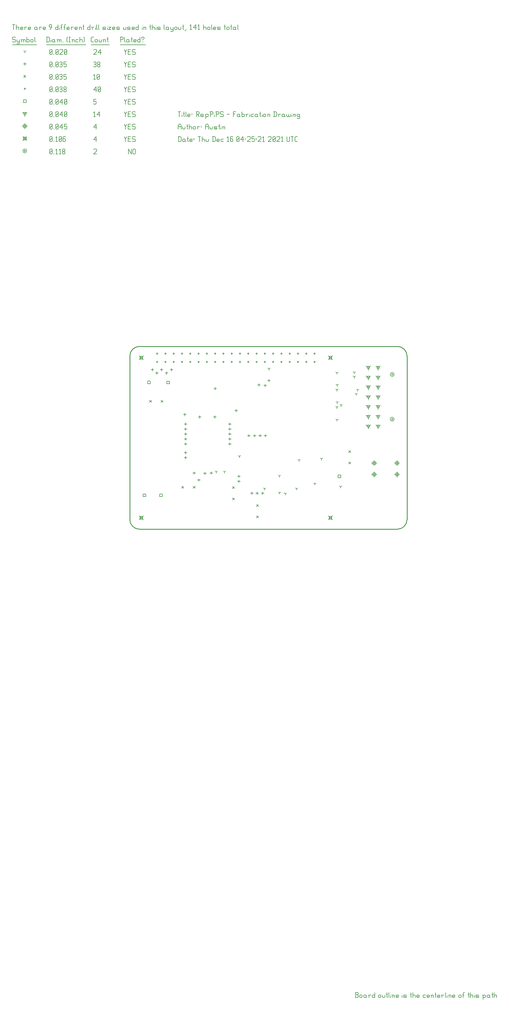
<source format=gbr>
G04 start of page 14 for group -3984 idx -3984 *
G04 Title: RspPiPS, fab *
G04 Creator: pcb 4.0.2 *
G04 CreationDate: Thu Dec 16 04:25:21 2021 UTC *
G04 For: austin *
G04 Format: Gerber/RS-274X *
G04 PCB-Dimensions (mil): 10000.00 10000.00 *
G04 PCB-Coordinate-Origin: lower left *
%MOIN*%
%FSLAX25Y25*%
%LNFAB*%
%ADD118C,0.0100*%
%ADD117C,0.0075*%
%ADD116C,0.0060*%
%ADD115R,0.0080X0.0080*%
G54D115*X457669Y741720D02*G75*G03X459269Y741720I800J0D01*G01*
G75*G03X457669Y741720I-800J0D01*G01*
X456069D02*G75*G03X460869Y741720I2400J0D01*G01*
G75*G03X456069Y741720I-2400J0D01*G01*
X457669Y687783D02*G75*G03X459269Y687783I800J0D01*G01*
G75*G03X457669Y687783I-800J0D01*G01*
X456069D02*G75*G03X460869Y687783I2400J0D01*G01*
G75*G03X456069Y687783I-2400J0D01*G01*
X14200Y1011250D02*G75*G03X15800Y1011250I800J0D01*G01*
G75*G03X14200Y1011250I-800J0D01*G01*
X12600D02*G75*G03X17400Y1011250I2400J0D01*G01*
G75*G03X12600Y1011250I-2400J0D01*G01*
G54D116*X140000Y1013500D02*Y1007500D01*
Y1013500D02*X143750Y1007500D01*
Y1013500D02*Y1007500D01*
X145550Y1012750D02*Y1008250D01*
Y1012750D02*X146300Y1013500D01*
X147800D01*
X148550Y1012750D01*
Y1008250D01*
X147800Y1007500D02*X148550Y1008250D01*
X146300Y1007500D02*X147800D01*
X145550Y1008250D02*X146300Y1007500D01*
X98000Y1012750D02*X98750Y1013500D01*
X101000D01*
X101750Y1012750D01*
Y1011250D01*
X98000Y1007500D02*X101750Y1011250D01*
X98000Y1007500D02*X101750D01*
X45000Y1008250D02*X45750Y1007500D01*
X45000Y1012750D02*Y1008250D01*
Y1012750D02*X45750Y1013500D01*
X47250D01*
X48000Y1012750D01*
Y1008250D01*
X47250Y1007500D02*X48000Y1008250D01*
X45750Y1007500D02*X47250D01*
X45000Y1009000D02*X48000Y1012000D01*
X49800Y1007500D02*X50550D01*
X52350Y1012300D02*X53550Y1013500D01*
Y1007500D01*
X52350D02*X54600D01*
X56400Y1012300D02*X57600Y1013500D01*
Y1007500D01*
X56400D02*X58650D01*
X60450Y1008250D02*X61200Y1007500D01*
X60450Y1009450D02*Y1008250D01*
Y1009450D02*X61500Y1010500D01*
X62400D01*
X63450Y1009450D01*
Y1008250D01*
X62700Y1007500D02*X63450Y1008250D01*
X61200Y1007500D02*X62700D01*
X60450Y1011550D02*X61500Y1010500D01*
X60450Y1012750D02*Y1011550D01*
Y1012750D02*X61200Y1013500D01*
X62700D01*
X63450Y1012750D01*
Y1011550D01*
X62400Y1010500D02*X63450Y1011550D01*
X381458Y764211D02*X386258Y759411D01*
X381458D02*X386258Y764211D01*
X382258Y763411D02*X385458D01*
X382258D02*Y760211D01*
X385458D01*
Y763411D02*Y760211D01*
X381458Y571298D02*X386258Y566498D01*
X381458D02*X386258Y571298D01*
X382258Y570498D02*X385458D01*
X382258D02*Y567298D01*
X385458D01*
Y570498D02*Y567298D01*
X153112Y764211D02*X157912Y759411D01*
X153112D02*X157912Y764211D01*
X153912Y763411D02*X157112D01*
X153912D02*Y760211D01*
X157112D01*
Y763411D02*Y760211D01*
X153112Y571298D02*X157912Y566498D01*
X153112D02*X157912Y571298D01*
X153912Y570498D02*X157112D01*
X153912D02*Y567298D01*
X157112D01*
Y570498D02*Y567298D01*
X12600Y1028650D02*X17400Y1023850D01*
X12600D02*X17400Y1028650D01*
X13400Y1027850D02*X16600D01*
X13400D02*Y1024650D01*
X16600D01*
Y1027850D02*Y1024650D01*
X135000Y1028500D02*X136500Y1025500D01*
X138000Y1028500D01*
X136500Y1025500D02*Y1022500D01*
X139800Y1025800D02*X142050D01*
X139800Y1022500D02*X142800D01*
X139800Y1028500D02*Y1022500D01*
Y1028500D02*X142800D01*
X147600D02*X148350Y1027750D01*
X145350Y1028500D02*X147600D01*
X144600Y1027750D02*X145350Y1028500D01*
X144600Y1027750D02*Y1026250D01*
X145350Y1025500D01*
X147600D01*
X148350Y1024750D01*
Y1023250D01*
X147600Y1022500D02*X148350Y1023250D01*
X145350Y1022500D02*X147600D01*
X144600Y1023250D02*X145350Y1022500D01*
X98000Y1024750D02*X101000Y1028500D01*
X98000Y1024750D02*X101750D01*
X101000Y1028500D02*Y1022500D01*
X45000Y1023250D02*X45750Y1022500D01*
X45000Y1027750D02*Y1023250D01*
Y1027750D02*X45750Y1028500D01*
X47250D01*
X48000Y1027750D01*
Y1023250D01*
X47250Y1022500D02*X48000Y1023250D01*
X45750Y1022500D02*X47250D01*
X45000Y1024000D02*X48000Y1027000D01*
X49800Y1022500D02*X50550D01*
X52350Y1027300D02*X53550Y1028500D01*
Y1022500D01*
X52350D02*X54600D01*
X56400Y1023250D02*X57150Y1022500D01*
X56400Y1027750D02*Y1023250D01*
Y1027750D02*X57150Y1028500D01*
X58650D01*
X59400Y1027750D01*
Y1023250D01*
X58650Y1022500D02*X59400Y1023250D01*
X57150Y1022500D02*X58650D01*
X56400Y1024000D02*X59400Y1027000D01*
X63450Y1028500D02*X64200Y1027750D01*
X61950Y1028500D02*X63450D01*
X61200Y1027750D02*X61950Y1028500D01*
X61200Y1027750D02*Y1023250D01*
X61950Y1022500D01*
X63450Y1025800D02*X64200Y1025050D01*
X61200Y1025800D02*X63450D01*
X61950Y1022500D02*X63450D01*
X64200Y1023250D01*
Y1025050D02*Y1023250D01*
X436736Y624389D02*Y617989D01*
X433536Y621189D02*X439936D01*
X435136Y622789D02*X438336D01*
X435136D02*Y619589D01*
X438336D01*
Y622789D02*Y619589D01*
X464295Y624389D02*Y617989D01*
X461095Y621189D02*X467495D01*
X462695Y622789D02*X465895D01*
X462695D02*Y619589D01*
X465895D01*
Y622789D02*Y619589D01*
X436736Y638169D02*Y631769D01*
X433536Y634969D02*X439936D01*
X435136Y636569D02*X438336D01*
X435136D02*Y633369D01*
X438336D01*
Y636569D02*Y633369D01*
X464295Y638169D02*Y631769D01*
X461095Y634969D02*X467495D01*
X462695Y636569D02*X465895D01*
X462695D02*Y633369D01*
X465895D01*
Y636569D02*Y633369D01*
X15000Y1044450D02*Y1038050D01*
X11800Y1041250D02*X18200D01*
X13400Y1042850D02*X16600D01*
X13400D02*Y1039650D01*
X16600D01*
Y1042850D02*Y1039650D01*
X135000Y1043500D02*X136500Y1040500D01*
X138000Y1043500D01*
X136500Y1040500D02*Y1037500D01*
X139800Y1040800D02*X142050D01*
X139800Y1037500D02*X142800D01*
X139800Y1043500D02*Y1037500D01*
Y1043500D02*X142800D01*
X147600D02*X148350Y1042750D01*
X145350Y1043500D02*X147600D01*
X144600Y1042750D02*X145350Y1043500D01*
X144600Y1042750D02*Y1041250D01*
X145350Y1040500D01*
X147600D01*
X148350Y1039750D01*
Y1038250D01*
X147600Y1037500D02*X148350Y1038250D01*
X145350Y1037500D02*X147600D01*
X144600Y1038250D02*X145350Y1037500D01*
X98000Y1039750D02*X101000Y1043500D01*
X98000Y1039750D02*X101750D01*
X101000Y1043500D02*Y1037500D01*
X45000Y1038250D02*X45750Y1037500D01*
X45000Y1042750D02*Y1038250D01*
Y1042750D02*X45750Y1043500D01*
X47250D01*
X48000Y1042750D01*
Y1038250D01*
X47250Y1037500D02*X48000Y1038250D01*
X45750Y1037500D02*X47250D01*
X45000Y1039000D02*X48000Y1042000D01*
X49800Y1037500D02*X50550D01*
X52350Y1038250D02*X53100Y1037500D01*
X52350Y1042750D02*Y1038250D01*
Y1042750D02*X53100Y1043500D01*
X54600D01*
X55350Y1042750D01*
Y1038250D01*
X54600Y1037500D02*X55350Y1038250D01*
X53100Y1037500D02*X54600D01*
X52350Y1039000D02*X55350Y1042000D01*
X57150Y1039750D02*X60150Y1043500D01*
X57150Y1039750D02*X60900D01*
X60150Y1043500D02*Y1037500D01*
X62700Y1043500D02*X65700D01*
X62700D02*Y1040500D01*
X63450Y1041250D01*
X64950D01*
X65700Y1040500D01*
Y1038250D01*
X64950Y1037500D02*X65700Y1038250D01*
X63450Y1037500D02*X64950D01*
X62700Y1038250D02*X63450Y1037500D01*
X441461Y750146D02*Y746946D01*
Y750146D02*X444234Y751746D01*
X441461Y750146D02*X438687Y751746D01*
X439861Y750146D02*G75*G03X443061Y750146I1600J0D01*G01*
G75*G03X439861Y750146I-1600J0D01*G01*
X441461Y738335D02*Y735135D01*
Y738335D02*X444234Y739935D01*
X441461Y738335D02*X438687Y739935D01*
X439861Y738335D02*G75*G03X443061Y738335I1600J0D01*G01*
G75*G03X439861Y738335I-1600J0D01*G01*
X441461Y726524D02*Y723324D01*
Y726524D02*X444234Y728124D01*
X441461Y726524D02*X438687Y728124D01*
X439861Y726524D02*G75*G03X443061Y726524I1600J0D01*G01*
G75*G03X439861Y726524I-1600J0D01*G01*
X441461Y714713D02*Y711513D01*
Y714713D02*X444234Y716313D01*
X441461Y714713D02*X438687Y716313D01*
X439861Y714713D02*G75*G03X443061Y714713I1600J0D01*G01*
G75*G03X439861Y714713I-1600J0D01*G01*
X441461Y702902D02*Y699702D01*
Y702902D02*X444234Y704502D01*
X441461Y702902D02*X438687Y704502D01*
X439861Y702902D02*G75*G03X443061Y702902I1600J0D01*G01*
G75*G03X439861Y702902I-1600J0D01*G01*
X441461Y691091D02*Y687891D01*
Y691091D02*X444234Y692691D01*
X441461Y691091D02*X438687Y692691D01*
X439861Y691091D02*G75*G03X443061Y691091I1600J0D01*G01*
G75*G03X439861Y691091I-1600J0D01*G01*
X441461Y679280D02*Y676080D01*
Y679280D02*X444234Y680880D01*
X441461Y679280D02*X438687Y680880D01*
X439861Y679280D02*G75*G03X443061Y679280I1600J0D01*G01*
G75*G03X439861Y679280I-1600J0D01*G01*
X429650Y750146D02*Y746946D01*
Y750146D02*X432423Y751746D01*
X429650Y750146D02*X426876Y751746D01*
X428050Y750146D02*G75*G03X431250Y750146I1600J0D01*G01*
G75*G03X428050Y750146I-1600J0D01*G01*
X429650Y738335D02*Y735135D01*
Y738335D02*X432423Y739935D01*
X429650Y738335D02*X426876Y739935D01*
X428050Y738335D02*G75*G03X431250Y738335I1600J0D01*G01*
G75*G03X428050Y738335I-1600J0D01*G01*
X429650Y726524D02*Y723324D01*
Y726524D02*X432423Y728124D01*
X429650Y726524D02*X426876Y728124D01*
X428050Y726524D02*G75*G03X431250Y726524I1600J0D01*G01*
G75*G03X428050Y726524I-1600J0D01*G01*
X429650Y714713D02*Y711513D01*
Y714713D02*X432423Y716313D01*
X429650Y714713D02*X426876Y716313D01*
X428050Y714713D02*G75*G03X431250Y714713I1600J0D01*G01*
G75*G03X428050Y714713I-1600J0D01*G01*
X429650Y702902D02*Y699702D01*
Y702902D02*X432423Y704502D01*
X429650Y702902D02*X426876Y704502D01*
X428050Y702902D02*G75*G03X431250Y702902I1600J0D01*G01*
G75*G03X428050Y702902I-1600J0D01*G01*
X429650Y691091D02*Y687891D01*
Y691091D02*X432423Y692691D01*
X429650Y691091D02*X426876Y692691D01*
X428050Y691091D02*G75*G03X431250Y691091I1600J0D01*G01*
G75*G03X428050Y691091I-1600J0D01*G01*
X429650Y679280D02*Y676080D01*
Y679280D02*X432423Y680880D01*
X429650Y679280D02*X426876Y680880D01*
X428050Y679280D02*G75*G03X431250Y679280I1600J0D01*G01*
G75*G03X428050Y679280I-1600J0D01*G01*
X15000Y1056250D02*Y1053050D01*
Y1056250D02*X17773Y1057850D01*
X15000Y1056250D02*X12227Y1057850D01*
X13400Y1056250D02*G75*G03X16600Y1056250I1600J0D01*G01*
G75*G03X13400Y1056250I-1600J0D01*G01*
X135000Y1058500D02*X136500Y1055500D01*
X138000Y1058500D01*
X136500Y1055500D02*Y1052500D01*
X139800Y1055800D02*X142050D01*
X139800Y1052500D02*X142800D01*
X139800Y1058500D02*Y1052500D01*
Y1058500D02*X142800D01*
X147600D02*X148350Y1057750D01*
X145350Y1058500D02*X147600D01*
X144600Y1057750D02*X145350Y1058500D01*
X144600Y1057750D02*Y1056250D01*
X145350Y1055500D01*
X147600D01*
X148350Y1054750D01*
Y1053250D01*
X147600Y1052500D02*X148350Y1053250D01*
X145350Y1052500D02*X147600D01*
X144600Y1053250D02*X145350Y1052500D01*
X98000Y1057300D02*X99200Y1058500D01*
Y1052500D01*
X98000D02*X100250D01*
X102050Y1054750D02*X105050Y1058500D01*
X102050Y1054750D02*X105800D01*
X105050Y1058500D02*Y1052500D01*
X45000Y1053250D02*X45750Y1052500D01*
X45000Y1057750D02*Y1053250D01*
Y1057750D02*X45750Y1058500D01*
X47250D01*
X48000Y1057750D01*
Y1053250D01*
X47250Y1052500D02*X48000Y1053250D01*
X45750Y1052500D02*X47250D01*
X45000Y1054000D02*X48000Y1057000D01*
X49800Y1052500D02*X50550D01*
X52350Y1053250D02*X53100Y1052500D01*
X52350Y1057750D02*Y1053250D01*
Y1057750D02*X53100Y1058500D01*
X54600D01*
X55350Y1057750D01*
Y1053250D01*
X54600Y1052500D02*X55350Y1053250D01*
X53100Y1052500D02*X54600D01*
X52350Y1054000D02*X55350Y1057000D01*
X57150Y1054750D02*X60150Y1058500D01*
X57150Y1054750D02*X60900D01*
X60150Y1058500D02*Y1052500D01*
X62700Y1053250D02*X63450Y1052500D01*
X62700Y1057750D02*Y1053250D01*
Y1057750D02*X63450Y1058500D01*
X64950D01*
X65700Y1057750D01*
Y1053250D01*
X64950Y1052500D02*X65700Y1053250D01*
X63450Y1052500D02*X64950D01*
X62700Y1054000D02*X65700Y1057000D01*
X157900Y597600D02*X161100D01*
X157900D02*Y594400D01*
X161100D01*
Y597600D02*Y594400D01*
X177900Y597600D02*X181100D01*
X177900D02*Y594400D01*
X181100D01*
Y597600D02*Y594400D01*
X163361Y733883D02*X166561D01*
X163361D02*Y730683D01*
X166561D01*
Y733883D02*Y730683D01*
X186400Y733600D02*X189600D01*
X186400D02*Y730400D01*
X189600D01*
Y733600D02*Y730400D01*
X393136Y620466D02*X396336D01*
X393136D02*Y617266D01*
X396336D01*
Y620466D02*Y617266D01*
X13400Y1072850D02*X16600D01*
X13400D02*Y1069650D01*
X16600D01*
Y1072850D02*Y1069650D01*
X135000Y1073500D02*X136500Y1070500D01*
X138000Y1073500D01*
X136500Y1070500D02*Y1067500D01*
X139800Y1070800D02*X142050D01*
X139800Y1067500D02*X142800D01*
X139800Y1073500D02*Y1067500D01*
Y1073500D02*X142800D01*
X147600D02*X148350Y1072750D01*
X145350Y1073500D02*X147600D01*
X144600Y1072750D02*X145350Y1073500D01*
X144600Y1072750D02*Y1071250D01*
X145350Y1070500D01*
X147600D01*
X148350Y1069750D01*
Y1068250D01*
X147600Y1067500D02*X148350Y1068250D01*
X145350Y1067500D02*X147600D01*
X144600Y1068250D02*X145350Y1067500D01*
X98000Y1073500D02*X101000D01*
X98000D02*Y1070500D01*
X98750Y1071250D01*
X100250D01*
X101000Y1070500D01*
Y1068250D01*
X100250Y1067500D02*X101000Y1068250D01*
X98750Y1067500D02*X100250D01*
X98000Y1068250D02*X98750Y1067500D01*
X45000Y1068250D02*X45750Y1067500D01*
X45000Y1072750D02*Y1068250D01*
Y1072750D02*X45750Y1073500D01*
X47250D01*
X48000Y1072750D01*
Y1068250D01*
X47250Y1067500D02*X48000Y1068250D01*
X45750Y1067500D02*X47250D01*
X45000Y1069000D02*X48000Y1072000D01*
X49800Y1067500D02*X50550D01*
X52350Y1068250D02*X53100Y1067500D01*
X52350Y1072750D02*Y1068250D01*
Y1072750D02*X53100Y1073500D01*
X54600D01*
X55350Y1072750D01*
Y1068250D01*
X54600Y1067500D02*X55350Y1068250D01*
X53100Y1067500D02*X54600D01*
X52350Y1069000D02*X55350Y1072000D01*
X57150Y1069750D02*X60150Y1073500D01*
X57150Y1069750D02*X60900D01*
X60150Y1073500D02*Y1067500D01*
X62700Y1068250D02*X63450Y1067500D01*
X62700Y1072750D02*Y1068250D01*
Y1072750D02*X63450Y1073500D01*
X64950D01*
X65700Y1072750D01*
Y1068250D01*
X64950Y1067500D02*X65700Y1068250D01*
X63450Y1067500D02*X64950D01*
X62700Y1069000D02*X65700Y1072000D01*
X173900Y756800D02*G75*G03X175500Y756800I800J0D01*G01*
G75*G03X173900Y756800I-800J0D01*G01*
Y766800D02*G75*G03X175500Y766800I800J0D01*G01*
G75*G03X173900Y766800I-800J0D01*G01*
X183900Y756800D02*G75*G03X185500Y756800I800J0D01*G01*
G75*G03X183900Y756800I-800J0D01*G01*
Y766800D02*G75*G03X185500Y766800I800J0D01*G01*
G75*G03X183900Y766800I-800J0D01*G01*
X193900Y756800D02*G75*G03X195500Y756800I800J0D01*G01*
G75*G03X193900Y756800I-800J0D01*G01*
Y766800D02*G75*G03X195500Y766800I800J0D01*G01*
G75*G03X193900Y766800I-800J0D01*G01*
X203900Y756800D02*G75*G03X205500Y756800I800J0D01*G01*
G75*G03X203900Y756800I-800J0D01*G01*
Y766800D02*G75*G03X205500Y766800I800J0D01*G01*
G75*G03X203900Y766800I-800J0D01*G01*
X213900Y756800D02*G75*G03X215500Y756800I800J0D01*G01*
G75*G03X213900Y756800I-800J0D01*G01*
Y766800D02*G75*G03X215500Y766800I800J0D01*G01*
G75*G03X213900Y766800I-800J0D01*G01*
X223900Y756800D02*G75*G03X225500Y756800I800J0D01*G01*
G75*G03X223900Y756800I-800J0D01*G01*
Y766800D02*G75*G03X225500Y766800I800J0D01*G01*
G75*G03X223900Y766800I-800J0D01*G01*
X233900Y756800D02*G75*G03X235500Y756800I800J0D01*G01*
G75*G03X233900Y756800I-800J0D01*G01*
Y766800D02*G75*G03X235500Y766800I800J0D01*G01*
G75*G03X233900Y766800I-800J0D01*G01*
X243900Y756800D02*G75*G03X245500Y756800I800J0D01*G01*
G75*G03X243900Y756800I-800J0D01*G01*
Y766800D02*G75*G03X245500Y766800I800J0D01*G01*
G75*G03X243900Y766800I-800J0D01*G01*
X253900Y756800D02*G75*G03X255500Y756800I800J0D01*G01*
G75*G03X253900Y756800I-800J0D01*G01*
Y766800D02*G75*G03X255500Y766800I800J0D01*G01*
G75*G03X253900Y766800I-800J0D01*G01*
X263900Y756800D02*G75*G03X265500Y756800I800J0D01*G01*
G75*G03X263900Y756800I-800J0D01*G01*
Y766800D02*G75*G03X265500Y766800I800J0D01*G01*
G75*G03X263900Y766800I-800J0D01*G01*
X273900Y756800D02*G75*G03X275500Y756800I800J0D01*G01*
G75*G03X273900Y756800I-800J0D01*G01*
Y766800D02*G75*G03X275500Y766800I800J0D01*G01*
G75*G03X273900Y766800I-800J0D01*G01*
X283900Y756800D02*G75*G03X285500Y756800I800J0D01*G01*
G75*G03X283900Y756800I-800J0D01*G01*
Y766800D02*G75*G03X285500Y766800I800J0D01*G01*
G75*G03X283900Y766800I-800J0D01*G01*
X293900Y756800D02*G75*G03X295500Y756800I800J0D01*G01*
G75*G03X293900Y756800I-800J0D01*G01*
Y766800D02*G75*G03X295500Y766800I800J0D01*G01*
G75*G03X293900Y766800I-800J0D01*G01*
X303900Y756800D02*G75*G03X305500Y756800I800J0D01*G01*
G75*G03X303900Y756800I-800J0D01*G01*
Y766800D02*G75*G03X305500Y766800I800J0D01*G01*
G75*G03X303900Y766800I-800J0D01*G01*
X313900Y756800D02*G75*G03X315500Y756800I800J0D01*G01*
G75*G03X313900Y756800I-800J0D01*G01*
Y766800D02*G75*G03X315500Y766800I800J0D01*G01*
G75*G03X313900Y766800I-800J0D01*G01*
X323900Y756800D02*G75*G03X325500Y756800I800J0D01*G01*
G75*G03X323900Y756800I-800J0D01*G01*
Y766800D02*G75*G03X325500Y766800I800J0D01*G01*
G75*G03X323900Y766800I-800J0D01*G01*
X333900Y756800D02*G75*G03X335500Y756800I800J0D01*G01*
G75*G03X333900Y756800I-800J0D01*G01*
Y766800D02*G75*G03X335500Y766800I800J0D01*G01*
G75*G03X333900Y766800I-800J0D01*G01*
X343900Y756800D02*G75*G03X345500Y756800I800J0D01*G01*
G75*G03X343900Y756800I-800J0D01*G01*
Y766800D02*G75*G03X345500Y766800I800J0D01*G01*
G75*G03X343900Y766800I-800J0D01*G01*
X353900Y756800D02*G75*G03X355500Y756800I800J0D01*G01*
G75*G03X353900Y756800I-800J0D01*G01*
Y766800D02*G75*G03X355500Y766800I800J0D01*G01*
G75*G03X353900Y766800I-800J0D01*G01*
X363900Y756800D02*G75*G03X365500Y756800I800J0D01*G01*
G75*G03X363900Y756800I-800J0D01*G01*
Y766800D02*G75*G03X365500Y766800I800J0D01*G01*
G75*G03X363900Y766800I-800J0D01*G01*
X14200Y1086250D02*G75*G03X15800Y1086250I800J0D01*G01*
G75*G03X14200Y1086250I-800J0D01*G01*
X135000Y1088500D02*X136500Y1085500D01*
X138000Y1088500D01*
X136500Y1085500D02*Y1082500D01*
X139800Y1085800D02*X142050D01*
X139800Y1082500D02*X142800D01*
X139800Y1088500D02*Y1082500D01*
Y1088500D02*X142800D01*
X147600D02*X148350Y1087750D01*
X145350Y1088500D02*X147600D01*
X144600Y1087750D02*X145350Y1088500D01*
X144600Y1087750D02*Y1086250D01*
X145350Y1085500D01*
X147600D01*
X148350Y1084750D01*
Y1083250D01*
X147600Y1082500D02*X148350Y1083250D01*
X145350Y1082500D02*X147600D01*
X144600Y1083250D02*X145350Y1082500D01*
X98000Y1084750D02*X101000Y1088500D01*
X98000Y1084750D02*X101750D01*
X101000Y1088500D02*Y1082500D01*
X103550Y1083250D02*X104300Y1082500D01*
X103550Y1087750D02*Y1083250D01*
Y1087750D02*X104300Y1088500D01*
X105800D01*
X106550Y1087750D01*
Y1083250D01*
X105800Y1082500D02*X106550Y1083250D01*
X104300Y1082500D02*X105800D01*
X103550Y1084000D02*X106550Y1087000D01*
X45000Y1083250D02*X45750Y1082500D01*
X45000Y1087750D02*Y1083250D01*
Y1087750D02*X45750Y1088500D01*
X47250D01*
X48000Y1087750D01*
Y1083250D01*
X47250Y1082500D02*X48000Y1083250D01*
X45750Y1082500D02*X47250D01*
X45000Y1084000D02*X48000Y1087000D01*
X49800Y1082500D02*X50550D01*
X52350Y1083250D02*X53100Y1082500D01*
X52350Y1087750D02*Y1083250D01*
Y1087750D02*X53100Y1088500D01*
X54600D01*
X55350Y1087750D01*
Y1083250D01*
X54600Y1082500D02*X55350Y1083250D01*
X53100Y1082500D02*X54600D01*
X52350Y1084000D02*X55350Y1087000D01*
X57150Y1087750D02*X57900Y1088500D01*
X59400D01*
X60150Y1087750D01*
X59400Y1082500D02*X60150Y1083250D01*
X57900Y1082500D02*X59400D01*
X57150Y1083250D02*X57900Y1082500D01*
Y1085800D02*X59400D01*
X60150Y1087750D02*Y1086550D01*
Y1085050D02*Y1083250D01*
Y1085050D02*X59400Y1085800D01*
X60150Y1086550D02*X59400Y1085800D01*
X61950Y1083250D02*X62700Y1082500D01*
X61950Y1084450D02*Y1083250D01*
Y1084450D02*X63000Y1085500D01*
X63900D01*
X64950Y1084450D01*
Y1083250D01*
X64200Y1082500D02*X64950Y1083250D01*
X62700Y1082500D02*X64200D01*
X61950Y1086550D02*X63000Y1085500D01*
X61950Y1087750D02*Y1086550D01*
Y1087750D02*X62700Y1088500D01*
X64200D01*
X64950Y1087750D01*
Y1086550D01*
X63900Y1085500D02*X64950Y1086550D01*
X218225Y606999D02*X220625Y604599D01*
X218225D02*X220625Y606999D01*
X204446D02*X206846Y604599D01*
X204446D02*X206846Y606999D01*
X265800Y606590D02*X268200Y604190D01*
X265800D02*X268200Y606590D01*
X265800Y592810D02*X268200Y590410D01*
X265800D02*X268200Y592810D01*
X179335Y710476D02*X181735Y708076D01*
X179335D02*X181735Y710476D01*
X165556D02*X167956Y708076D01*
X165556D02*X167956Y710476D01*
X294749Y584968D02*X297149Y582568D01*
X294749D02*X297149Y584968D01*
X294749Y571188D02*X297149Y568788D01*
X294749D02*X297149Y571188D01*
X406036Y649956D02*X408436Y647556D01*
X406036D02*X408436Y649956D01*
X406036Y636176D02*X408436Y633776D01*
X406036D02*X408436Y636176D01*
X13800Y1102450D02*X16200Y1100050D01*
X13800D02*X16200Y1102450D01*
X135000Y1103500D02*X136500Y1100500D01*
X138000Y1103500D01*
X136500Y1100500D02*Y1097500D01*
X139800Y1100800D02*X142050D01*
X139800Y1097500D02*X142800D01*
X139800Y1103500D02*Y1097500D01*
Y1103500D02*X142800D01*
X147600D02*X148350Y1102750D01*
X145350Y1103500D02*X147600D01*
X144600Y1102750D02*X145350Y1103500D01*
X144600Y1102750D02*Y1101250D01*
X145350Y1100500D01*
X147600D01*
X148350Y1099750D01*
Y1098250D01*
X147600Y1097500D02*X148350Y1098250D01*
X145350Y1097500D02*X147600D01*
X144600Y1098250D02*X145350Y1097500D01*
X98000Y1102300D02*X99200Y1103500D01*
Y1097500D01*
X98000D02*X100250D01*
X102050Y1098250D02*X102800Y1097500D01*
X102050Y1102750D02*Y1098250D01*
Y1102750D02*X102800Y1103500D01*
X104300D01*
X105050Y1102750D01*
Y1098250D01*
X104300Y1097500D02*X105050Y1098250D01*
X102800Y1097500D02*X104300D01*
X102050Y1099000D02*X105050Y1102000D01*
X45000Y1098250D02*X45750Y1097500D01*
X45000Y1102750D02*Y1098250D01*
Y1102750D02*X45750Y1103500D01*
X47250D01*
X48000Y1102750D01*
Y1098250D01*
X47250Y1097500D02*X48000Y1098250D01*
X45750Y1097500D02*X47250D01*
X45000Y1099000D02*X48000Y1102000D01*
X49800Y1097500D02*X50550D01*
X52350Y1098250D02*X53100Y1097500D01*
X52350Y1102750D02*Y1098250D01*
Y1102750D02*X53100Y1103500D01*
X54600D01*
X55350Y1102750D01*
Y1098250D01*
X54600Y1097500D02*X55350Y1098250D01*
X53100Y1097500D02*X54600D01*
X52350Y1099000D02*X55350Y1102000D01*
X57150Y1102750D02*X57900Y1103500D01*
X59400D01*
X60150Y1102750D01*
X59400Y1097500D02*X60150Y1098250D01*
X57900Y1097500D02*X59400D01*
X57150Y1098250D02*X57900Y1097500D01*
Y1100800D02*X59400D01*
X60150Y1102750D02*Y1101550D01*
Y1100050D02*Y1098250D01*
Y1100050D02*X59400Y1100800D01*
X60150Y1101550D02*X59400Y1100800D01*
X61950Y1103500D02*X64950D01*
X61950D02*Y1100500D01*
X62700Y1101250D01*
X64200D01*
X64950Y1100500D01*
Y1098250D01*
X64200Y1097500D02*X64950Y1098250D01*
X62700Y1097500D02*X64200D01*
X61950Y1098250D02*X62700Y1097500D01*
X305500Y669600D02*Y666400D01*
X303900Y668000D02*X307100D01*
X292500Y669600D02*Y666400D01*
X290900Y668000D02*X294100D01*
X299000Y669600D02*Y666400D01*
X297400Y668000D02*X300600D01*
X285500Y669600D02*Y666400D01*
X283900Y668000D02*X287100D01*
X295500Y600100D02*Y596900D01*
X293900Y598500D02*X297100D01*
X302000Y600100D02*Y596900D01*
X300400Y598500D02*X303600D01*
X289000Y600100D02*Y596900D01*
X287400Y598500D02*X290600D01*
X219500Y624600D02*Y621400D01*
X217900Y623000D02*X221100D01*
X225072Y616028D02*Y612828D01*
X223472Y614428D02*X226672D01*
X208000Y695100D02*Y691900D01*
X206400Y693500D02*X209600D01*
X232500Y624100D02*Y620900D01*
X230900Y622500D02*X234100D01*
X240000Y624600D02*Y621400D01*
X238400Y623000D02*X241600D01*
X209000Y659600D02*Y656400D01*
X207400Y658000D02*X210600D01*
X209000Y649100D02*Y645900D01*
X207400Y647500D02*X210600D01*
X209000Y643100D02*Y639900D01*
X207400Y641500D02*X210600D01*
X192000Y749100D02*Y745900D01*
X190400Y747500D02*X193600D01*
X186000Y745100D02*Y741900D01*
X184400Y743500D02*X187600D01*
X180000Y749100D02*Y745900D01*
X178400Y747500D02*X181600D01*
X174500Y745100D02*Y741900D01*
X172900Y743500D02*X176100D01*
X169000Y749100D02*Y745900D01*
X167400Y747500D02*X170600D01*
X209000Y665600D02*Y662400D01*
X207400Y664000D02*X210600D01*
X209000Y671600D02*Y668400D01*
X207400Y670000D02*X210600D01*
X209000Y677600D02*Y674400D01*
X207400Y676000D02*X210600D01*
X262500Y677600D02*Y674400D01*
X260900Y676000D02*X264100D01*
X209000Y683600D02*Y680400D01*
X207400Y682000D02*X210600D01*
X262500Y683600D02*Y680400D01*
X260900Y682000D02*X264100D01*
X262500Y671600D02*Y668400D01*
X260900Y670000D02*X264100D01*
X262500Y665600D02*Y662400D01*
X260900Y664000D02*X264100D01*
X262500Y659600D02*Y656400D01*
X260900Y658000D02*X264100D01*
X273500Y620600D02*Y617400D01*
X271900Y619000D02*X275100D01*
X273500Y614600D02*Y611400D01*
X271900Y613000D02*X275100D01*
X225984Y692151D02*Y688951D01*
X224384Y690551D02*X227584D01*
X244488Y692151D02*Y688951D01*
X242888Y690551D02*X246088D01*
X244874Y726340D02*Y723140D01*
X243274Y724740D02*X246474D01*
X297602Y730809D02*Y727609D01*
X296002Y729209D02*X299202D01*
X309600Y736000D02*Y732800D01*
X308000Y734400D02*X311200D01*
X305000Y730000D02*Y726800D01*
X303400Y728400D02*X306600D01*
X270098Y699872D02*Y696672D01*
X268498Y698272D02*X271698D01*
X15000Y1117850D02*Y1114650D01*
X13400Y1116250D02*X16600D01*
X135000Y1118500D02*X136500Y1115500D01*
X138000Y1118500D01*
X136500Y1115500D02*Y1112500D01*
X139800Y1115800D02*X142050D01*
X139800Y1112500D02*X142800D01*
X139800Y1118500D02*Y1112500D01*
Y1118500D02*X142800D01*
X147600D02*X148350Y1117750D01*
X145350Y1118500D02*X147600D01*
X144600Y1117750D02*X145350Y1118500D01*
X144600Y1117750D02*Y1116250D01*
X145350Y1115500D01*
X147600D01*
X148350Y1114750D01*
Y1113250D01*
X147600Y1112500D02*X148350Y1113250D01*
X145350Y1112500D02*X147600D01*
X144600Y1113250D02*X145350Y1112500D01*
X98000Y1117750D02*X98750Y1118500D01*
X100250D01*
X101000Y1117750D01*
X100250Y1112500D02*X101000Y1113250D01*
X98750Y1112500D02*X100250D01*
X98000Y1113250D02*X98750Y1112500D01*
Y1115800D02*X100250D01*
X101000Y1117750D02*Y1116550D01*
Y1115050D02*Y1113250D01*
Y1115050D02*X100250Y1115800D01*
X101000Y1116550D02*X100250Y1115800D01*
X102800Y1113250D02*X103550Y1112500D01*
X102800Y1114450D02*Y1113250D01*
Y1114450D02*X103850Y1115500D01*
X104750D01*
X105800Y1114450D01*
Y1113250D01*
X105050Y1112500D02*X105800Y1113250D01*
X103550Y1112500D02*X105050D01*
X102800Y1116550D02*X103850Y1115500D01*
X102800Y1117750D02*Y1116550D01*
Y1117750D02*X103550Y1118500D01*
X105050D01*
X105800Y1117750D01*
Y1116550D01*
X104750Y1115500D02*X105800Y1116550D01*
X45000Y1113250D02*X45750Y1112500D01*
X45000Y1117750D02*Y1113250D01*
Y1117750D02*X45750Y1118500D01*
X47250D01*
X48000Y1117750D01*
Y1113250D01*
X47250Y1112500D02*X48000Y1113250D01*
X45750Y1112500D02*X47250D01*
X45000Y1114000D02*X48000Y1117000D01*
X49800Y1112500D02*X50550D01*
X52350Y1113250D02*X53100Y1112500D01*
X52350Y1117750D02*Y1113250D01*
Y1117750D02*X53100Y1118500D01*
X54600D01*
X55350Y1117750D01*
Y1113250D01*
X54600Y1112500D02*X55350Y1113250D01*
X53100Y1112500D02*X54600D01*
X52350Y1114000D02*X55350Y1117000D01*
X57150Y1117750D02*X57900Y1118500D01*
X59400D01*
X60150Y1117750D01*
X59400Y1112500D02*X60150Y1113250D01*
X57900Y1112500D02*X59400D01*
X57150Y1113250D02*X57900Y1112500D01*
Y1115800D02*X59400D01*
X60150Y1117750D02*Y1116550D01*
Y1115050D02*Y1113250D01*
Y1115050D02*X59400Y1115800D01*
X60150Y1116550D02*X59400Y1115800D01*
X61950Y1118500D02*X64950D01*
X61950D02*Y1115500D01*
X62700Y1116250D01*
X64200D01*
X64950Y1115500D01*
Y1113250D01*
X64200Y1112500D02*X64950Y1113250D01*
X62700Y1112500D02*X64200D01*
X61950Y1113250D02*X62700Y1112500D01*
X322500Y619500D02*Y617900D01*
Y619500D02*X323887Y620300D01*
X322500Y619500D02*X321113Y620300D01*
X304500Y604000D02*Y602400D01*
Y604000D02*X305887Y604800D01*
X304500Y604000D02*X303113Y604800D01*
X365000Y610000D02*Y608400D01*
Y610000D02*X366387Y610800D01*
X365000Y610000D02*X363613Y610800D01*
X246000Y624500D02*Y622900D01*
Y624500D02*X247387Y625300D01*
X246000Y624500D02*X244613Y625300D01*
X256000Y624500D02*Y622900D01*
Y624500D02*X257387Y625300D01*
X256000Y624500D02*X254613Y625300D01*
X343000Y604000D02*Y602400D01*
Y604000D02*X344387Y604800D01*
X343000Y604000D02*X341613Y604800D01*
X346000Y638500D02*Y636900D01*
Y638500D02*X347387Y639300D01*
X346000Y638500D02*X344613Y639300D01*
X373000Y640000D02*Y638400D01*
Y640000D02*X374387Y640800D01*
X373000Y640000D02*X371613Y640800D01*
X329500Y598000D02*Y596400D01*
Y598000D02*X330887Y598800D01*
X329500Y598000D02*X328113Y598800D01*
X322500Y599000D02*Y597400D01*
Y599000D02*X323887Y599800D01*
X322500Y599000D02*X321113Y599800D01*
X274000Y643000D02*Y641400D01*
Y643000D02*X275387Y643800D01*
X274000Y643000D02*X272613Y643800D01*
X412598Y738976D02*Y737376D01*
Y738976D02*X413985Y739776D01*
X412598Y738976D02*X411212Y739776D01*
X412598Y744094D02*Y742494D01*
Y744094D02*X413985Y744894D01*
X412598Y744094D02*X411212Y744894D01*
X414961Y718110D02*Y716510D01*
Y718110D02*X416347Y718910D01*
X414961Y718110D02*X413574Y718910D01*
X416654Y723110D02*Y721510D01*
Y723110D02*X418040Y723910D01*
X416654Y723110D02*X415267Y723910D01*
X396236Y606366D02*Y604766D01*
Y606366D02*X397623Y607166D01*
X396236Y606366D02*X394850Y607166D01*
X391800Y743700D02*Y742100D01*
Y743700D02*X393187Y744500D01*
X391800Y743700D02*X390413Y744500D01*
X391800Y723300D02*Y721700D01*
Y723300D02*X393187Y724100D01*
X391800Y723300D02*X390413Y724100D01*
X391800Y702300D02*Y700700D01*
Y702300D02*X393187Y703100D01*
X391800Y702300D02*X390413Y703100D01*
X392000Y729000D02*Y727400D01*
Y729000D02*X393387Y729800D01*
X392000Y729000D02*X390613Y729800D01*
X392000Y708200D02*Y706600D01*
Y708200D02*X393387Y709000D01*
X392000Y708200D02*X390613Y709000D01*
X391900Y687200D02*Y685600D01*
Y687200D02*X393287Y688000D01*
X391900Y687200D02*X390513Y688000D01*
X396700Y704600D02*Y703000D01*
Y704600D02*X398087Y705400D01*
X396700Y704600D02*X395313Y705400D01*
X309800Y748600D02*Y747000D01*
Y748600D02*X311187Y749400D01*
X309800Y748600D02*X308413Y749400D01*
X15000Y1131250D02*Y1129650D01*
Y1131250D02*X16387Y1132050D01*
X15000Y1131250D02*X13613Y1132050D01*
X135000Y1133500D02*X136500Y1130500D01*
X138000Y1133500D01*
X136500Y1130500D02*Y1127500D01*
X139800Y1130800D02*X142050D01*
X139800Y1127500D02*X142800D01*
X139800Y1133500D02*Y1127500D01*
Y1133500D02*X142800D01*
X147600D02*X148350Y1132750D01*
X145350Y1133500D02*X147600D01*
X144600Y1132750D02*X145350Y1133500D01*
X144600Y1132750D02*Y1131250D01*
X145350Y1130500D01*
X147600D01*
X148350Y1129750D01*
Y1128250D01*
X147600Y1127500D02*X148350Y1128250D01*
X145350Y1127500D02*X147600D01*
X144600Y1128250D02*X145350Y1127500D01*
X98000Y1132750D02*X98750Y1133500D01*
X101000D01*
X101750Y1132750D01*
Y1131250D01*
X98000Y1127500D02*X101750Y1131250D01*
X98000Y1127500D02*X101750D01*
X103550Y1129750D02*X106550Y1133500D01*
X103550Y1129750D02*X107300D01*
X106550Y1133500D02*Y1127500D01*
X45000Y1128250D02*X45750Y1127500D01*
X45000Y1132750D02*Y1128250D01*
Y1132750D02*X45750Y1133500D01*
X47250D01*
X48000Y1132750D01*
Y1128250D01*
X47250Y1127500D02*X48000Y1128250D01*
X45750Y1127500D02*X47250D01*
X45000Y1129000D02*X48000Y1132000D01*
X49800Y1127500D02*X50550D01*
X52350Y1128250D02*X53100Y1127500D01*
X52350Y1132750D02*Y1128250D01*
Y1132750D02*X53100Y1133500D01*
X54600D01*
X55350Y1132750D01*
Y1128250D01*
X54600Y1127500D02*X55350Y1128250D01*
X53100Y1127500D02*X54600D01*
X52350Y1129000D02*X55350Y1132000D01*
X57150Y1132750D02*X57900Y1133500D01*
X60150D01*
X60900Y1132750D01*
Y1131250D01*
X57150Y1127500D02*X60900Y1131250D01*
X57150Y1127500D02*X60900D01*
X62700Y1128250D02*X63450Y1127500D01*
X62700Y1132750D02*Y1128250D01*
Y1132750D02*X63450Y1133500D01*
X64950D01*
X65700Y1132750D01*
Y1128250D01*
X64950Y1127500D02*X65700Y1128250D01*
X63450Y1127500D02*X64950D01*
X62700Y1129000D02*X65700Y1132000D01*
X3000Y1148500D02*X3750Y1147750D01*
X750Y1148500D02*X3000D01*
X0Y1147750D02*X750Y1148500D01*
X0Y1147750D02*Y1146250D01*
X750Y1145500D01*
X3000D01*
X3750Y1144750D01*
Y1143250D01*
X3000Y1142500D02*X3750Y1143250D01*
X750Y1142500D02*X3000D01*
X0Y1143250D02*X750Y1142500D01*
X5550Y1145500D02*Y1143250D01*
X6300Y1142500D01*
X8550Y1145500D02*Y1141000D01*
X7800Y1140250D02*X8550Y1141000D01*
X6300Y1140250D02*X7800D01*
X5550Y1141000D02*X6300Y1140250D01*
Y1142500D02*X7800D01*
X8550Y1143250D01*
X11100Y1144750D02*Y1142500D01*
Y1144750D02*X11850Y1145500D01*
X12600D01*
X13350Y1144750D01*
Y1142500D01*
Y1144750D02*X14100Y1145500D01*
X14850D01*
X15600Y1144750D01*
Y1142500D01*
X10350Y1145500D02*X11100Y1144750D01*
X17400Y1148500D02*Y1142500D01*
Y1143250D02*X18150Y1142500D01*
X19650D01*
X20400Y1143250D01*
Y1144750D02*Y1143250D01*
X19650Y1145500D02*X20400Y1144750D01*
X18150Y1145500D02*X19650D01*
X17400Y1144750D02*X18150Y1145500D01*
X22200Y1144750D02*Y1143250D01*
Y1144750D02*X22950Y1145500D01*
X24450D01*
X25200Y1144750D01*
Y1143250D01*
X24450Y1142500D02*X25200Y1143250D01*
X22950Y1142500D02*X24450D01*
X22200Y1143250D02*X22950Y1142500D01*
X27000Y1148500D02*Y1143250D01*
X27750Y1142500D01*
X0Y1139250D02*X29250D01*
X41750Y1148500D02*Y1142500D01*
X43700Y1148500D02*X44750Y1147450D01*
Y1143550D01*
X43700Y1142500D02*X44750Y1143550D01*
X41000Y1142500D02*X43700D01*
X41000Y1148500D02*X43700D01*
G54D117*X46550Y1147000D02*Y1146850D01*
G54D116*Y1144750D02*Y1142500D01*
X50300Y1145500D02*X51050Y1144750D01*
X48800Y1145500D02*X50300D01*
X48050Y1144750D02*X48800Y1145500D01*
X48050Y1144750D02*Y1143250D01*
X48800Y1142500D01*
X51050Y1145500D02*Y1143250D01*
X51800Y1142500D01*
X48800D02*X50300D01*
X51050Y1143250D01*
X54350Y1144750D02*Y1142500D01*
Y1144750D02*X55100Y1145500D01*
X55850D01*
X56600Y1144750D01*
Y1142500D01*
Y1144750D02*X57350Y1145500D01*
X58100D01*
X58850Y1144750D01*
Y1142500D01*
X53600Y1145500D02*X54350Y1144750D01*
X60650Y1142500D02*X61400D01*
X65900Y1143250D02*X66650Y1142500D01*
X65900Y1147750D02*X66650Y1148500D01*
X65900Y1147750D02*Y1143250D01*
X68450Y1148500D02*X69950D01*
X69200D02*Y1142500D01*
X68450D02*X69950D01*
X72500Y1144750D02*Y1142500D01*
Y1144750D02*X73250Y1145500D01*
X74000D01*
X74750Y1144750D01*
Y1142500D01*
X71750Y1145500D02*X72500Y1144750D01*
X77300Y1145500D02*X79550D01*
X76550Y1144750D02*X77300Y1145500D01*
X76550Y1144750D02*Y1143250D01*
X77300Y1142500D01*
X79550D01*
X81350Y1148500D02*Y1142500D01*
Y1144750D02*X82100Y1145500D01*
X83600D01*
X84350Y1144750D01*
Y1142500D01*
X86150Y1148500D02*X86900Y1147750D01*
Y1143250D01*
X86150Y1142500D02*X86900Y1143250D01*
X41000Y1139250D02*X88700D01*
X96050Y1142500D02*X98000D01*
X95000Y1143550D02*X96050Y1142500D01*
X95000Y1147450D02*Y1143550D01*
Y1147450D02*X96050Y1148500D01*
X98000D01*
X99800Y1144750D02*Y1143250D01*
Y1144750D02*X100550Y1145500D01*
X102050D01*
X102800Y1144750D01*
Y1143250D01*
X102050Y1142500D02*X102800Y1143250D01*
X100550Y1142500D02*X102050D01*
X99800Y1143250D02*X100550Y1142500D01*
X104600Y1145500D02*Y1143250D01*
X105350Y1142500D01*
X106850D01*
X107600Y1143250D01*
Y1145500D02*Y1143250D01*
X110150Y1144750D02*Y1142500D01*
Y1144750D02*X110900Y1145500D01*
X111650D01*
X112400Y1144750D01*
Y1142500D01*
X109400Y1145500D02*X110150Y1144750D01*
X114950Y1148500D02*Y1143250D01*
X115700Y1142500D01*
X114200Y1146250D02*X115700D01*
X95000Y1139250D02*X117200D01*
X130750Y1148500D02*Y1142500D01*
X130000Y1148500D02*X133000D01*
X133750Y1147750D01*
Y1146250D01*
X133000Y1145500D02*X133750Y1146250D01*
X130750Y1145500D02*X133000D01*
X135550Y1148500D02*Y1143250D01*
X136300Y1142500D01*
X140050Y1145500D02*X140800Y1144750D01*
X138550Y1145500D02*X140050D01*
X137800Y1144750D02*X138550Y1145500D01*
X137800Y1144750D02*Y1143250D01*
X138550Y1142500D01*
X140800Y1145500D02*Y1143250D01*
X141550Y1142500D01*
X138550D02*X140050D01*
X140800Y1143250D01*
X144100Y1148500D02*Y1143250D01*
X144850Y1142500D01*
X143350Y1146250D02*X144850D01*
X147100Y1142500D02*X149350D01*
X146350Y1143250D02*X147100Y1142500D01*
X146350Y1144750D02*Y1143250D01*
Y1144750D02*X147100Y1145500D01*
X148600D01*
X149350Y1144750D01*
X146350Y1144000D02*X149350D01*
Y1144750D02*Y1144000D01*
X154150Y1148500D02*Y1142500D01*
X153400D02*X154150Y1143250D01*
X151900Y1142500D02*X153400D01*
X151150Y1143250D02*X151900Y1142500D01*
X151150Y1144750D02*Y1143250D01*
Y1144750D02*X151900Y1145500D01*
X153400D01*
X154150Y1144750D01*
X157450Y1145500D02*Y1144750D01*
Y1143250D02*Y1142500D01*
X155950Y1147750D02*Y1147000D01*
Y1147750D02*X156700Y1148500D01*
X158200D01*
X158950Y1147750D01*
Y1147000D01*
X157450Y1145500D02*X158950Y1147000D01*
X130000Y1139250D02*X160750D01*
X0Y1163500D02*X3000D01*
X1500D02*Y1157500D01*
X4800Y1163500D02*Y1157500D01*
Y1159750D02*X5550Y1160500D01*
X7050D01*
X7800Y1159750D01*
Y1157500D01*
X10350D02*X12600D01*
X9600Y1158250D02*X10350Y1157500D01*
X9600Y1159750D02*Y1158250D01*
Y1159750D02*X10350Y1160500D01*
X11850D01*
X12600Y1159750D01*
X9600Y1159000D02*X12600D01*
Y1159750D02*Y1159000D01*
X15150Y1159750D02*Y1157500D01*
Y1159750D02*X15900Y1160500D01*
X17400D01*
X14400D02*X15150Y1159750D01*
X19950Y1157500D02*X22200D01*
X19200Y1158250D02*X19950Y1157500D01*
X19200Y1159750D02*Y1158250D01*
Y1159750D02*X19950Y1160500D01*
X21450D01*
X22200Y1159750D01*
X19200Y1159000D02*X22200D01*
Y1159750D02*Y1159000D01*
X28950Y1160500D02*X29700Y1159750D01*
X27450Y1160500D02*X28950D01*
X26700Y1159750D02*X27450Y1160500D01*
X26700Y1159750D02*Y1158250D01*
X27450Y1157500D01*
X29700Y1160500D02*Y1158250D01*
X30450Y1157500D01*
X27450D02*X28950D01*
X29700Y1158250D01*
X33000Y1159750D02*Y1157500D01*
Y1159750D02*X33750Y1160500D01*
X35250D01*
X32250D02*X33000Y1159750D01*
X37800Y1157500D02*X40050D01*
X37050Y1158250D02*X37800Y1157500D01*
X37050Y1159750D02*Y1158250D01*
Y1159750D02*X37800Y1160500D01*
X39300D01*
X40050Y1159750D01*
X37050Y1159000D02*X40050D01*
Y1159750D02*Y1159000D01*
X45300Y1157500D02*X47550Y1160500D01*
Y1162750D02*Y1160500D01*
X46800Y1163500D02*X47550Y1162750D01*
X45300Y1163500D02*X46800D01*
X44550Y1162750D02*X45300Y1163500D01*
X44550Y1162750D02*Y1161250D01*
X45300Y1160500D01*
X47550D01*
X55050Y1163500D02*Y1157500D01*
X54300D02*X55050Y1158250D01*
X52800Y1157500D02*X54300D01*
X52050Y1158250D02*X52800Y1157500D01*
X52050Y1159750D02*Y1158250D01*
Y1159750D02*X52800Y1160500D01*
X54300D01*
X55050Y1159750D01*
G54D117*X56850Y1162000D02*Y1161850D01*
G54D116*Y1159750D02*Y1157500D01*
X59100Y1162750D02*Y1157500D01*
Y1162750D02*X59850Y1163500D01*
X60600D01*
X58350Y1160500D02*X59850D01*
X62850Y1162750D02*Y1157500D01*
Y1162750D02*X63600Y1163500D01*
X64350D01*
X62100Y1160500D02*X63600D01*
X66600Y1157500D02*X68850D01*
X65850Y1158250D02*X66600Y1157500D01*
X65850Y1159750D02*Y1158250D01*
Y1159750D02*X66600Y1160500D01*
X68100D01*
X68850Y1159750D01*
X65850Y1159000D02*X68850D01*
Y1159750D02*Y1159000D01*
X71400Y1159750D02*Y1157500D01*
Y1159750D02*X72150Y1160500D01*
X73650D01*
X70650D02*X71400Y1159750D01*
X76200Y1157500D02*X78450D01*
X75450Y1158250D02*X76200Y1157500D01*
X75450Y1159750D02*Y1158250D01*
Y1159750D02*X76200Y1160500D01*
X77700D01*
X78450Y1159750D01*
X75450Y1159000D02*X78450D01*
Y1159750D02*Y1159000D01*
X81000Y1159750D02*Y1157500D01*
Y1159750D02*X81750Y1160500D01*
X82500D01*
X83250Y1159750D01*
Y1157500D01*
X80250Y1160500D02*X81000Y1159750D01*
X85800Y1163500D02*Y1158250D01*
X86550Y1157500D01*
X85050Y1161250D02*X86550D01*
X93750Y1163500D02*Y1157500D01*
X93000D02*X93750Y1158250D01*
X91500Y1157500D02*X93000D01*
X90750Y1158250D02*X91500Y1157500D01*
X90750Y1159750D02*Y1158250D01*
Y1159750D02*X91500Y1160500D01*
X93000D01*
X93750Y1159750D01*
X96300D02*Y1157500D01*
Y1159750D02*X97050Y1160500D01*
X98550D01*
X95550D02*X96300Y1159750D01*
G54D117*X100350Y1162000D02*Y1161850D01*
G54D116*Y1159750D02*Y1157500D01*
X101850Y1163500D02*Y1158250D01*
X102600Y1157500D01*
X104100Y1163500D02*Y1158250D01*
X104850Y1157500D01*
X109800D02*X112050D01*
X112800Y1158250D01*
X112050Y1159000D02*X112800Y1158250D01*
X109800Y1159000D02*X112050D01*
X109050Y1159750D02*X109800Y1159000D01*
X109050Y1159750D02*X109800Y1160500D01*
X112050D01*
X112800Y1159750D01*
X109050Y1158250D02*X109800Y1157500D01*
G54D117*X114600Y1162000D02*Y1161850D01*
G54D116*Y1159750D02*Y1157500D01*
X116100Y1160500D02*X119100D01*
X116100Y1157500D02*X119100Y1160500D01*
X116100Y1157500D02*X119100D01*
X121650D02*X123900D01*
X120900Y1158250D02*X121650Y1157500D01*
X120900Y1159750D02*Y1158250D01*
Y1159750D02*X121650Y1160500D01*
X123150D01*
X123900Y1159750D01*
X120900Y1159000D02*X123900D01*
Y1159750D02*Y1159000D01*
X126450Y1157500D02*X128700D01*
X129450Y1158250D01*
X128700Y1159000D02*X129450Y1158250D01*
X126450Y1159000D02*X128700D01*
X125700Y1159750D02*X126450Y1159000D01*
X125700Y1159750D02*X126450Y1160500D01*
X128700D01*
X129450Y1159750D01*
X125700Y1158250D02*X126450Y1157500D01*
X133950Y1160500D02*Y1158250D01*
X134700Y1157500D01*
X136200D01*
X136950Y1158250D01*
Y1160500D02*Y1158250D01*
X139500Y1157500D02*X141750D01*
X142500Y1158250D01*
X141750Y1159000D02*X142500Y1158250D01*
X139500Y1159000D02*X141750D01*
X138750Y1159750D02*X139500Y1159000D01*
X138750Y1159750D02*X139500Y1160500D01*
X141750D01*
X142500Y1159750D01*
X138750Y1158250D02*X139500Y1157500D01*
X145050D02*X147300D01*
X144300Y1158250D02*X145050Y1157500D01*
X144300Y1159750D02*Y1158250D01*
Y1159750D02*X145050Y1160500D01*
X146550D01*
X147300Y1159750D01*
X144300Y1159000D02*X147300D01*
Y1159750D02*Y1159000D01*
X152100Y1163500D02*Y1157500D01*
X151350D02*X152100Y1158250D01*
X149850Y1157500D02*X151350D01*
X149100Y1158250D02*X149850Y1157500D01*
X149100Y1159750D02*Y1158250D01*
Y1159750D02*X149850Y1160500D01*
X151350D01*
X152100Y1159750D01*
G54D117*X156600Y1162000D02*Y1161850D01*
G54D116*Y1159750D02*Y1157500D01*
X158850Y1159750D02*Y1157500D01*
Y1159750D02*X159600Y1160500D01*
X160350D01*
X161100Y1159750D01*
Y1157500D01*
X158100Y1160500D02*X158850Y1159750D01*
X166350Y1163500D02*Y1158250D01*
X167100Y1157500D01*
X165600Y1161250D02*X167100D01*
X168600Y1163500D02*Y1157500D01*
Y1159750D02*X169350Y1160500D01*
X170850D01*
X171600Y1159750D01*
Y1157500D01*
G54D117*X173400Y1162000D02*Y1161850D01*
G54D116*Y1159750D02*Y1157500D01*
X175650D02*X177900D01*
X178650Y1158250D01*
X177900Y1159000D02*X178650Y1158250D01*
X175650Y1159000D02*X177900D01*
X174900Y1159750D02*X175650Y1159000D01*
X174900Y1159750D02*X175650Y1160500D01*
X177900D01*
X178650Y1159750D01*
X174900Y1158250D02*X175650Y1157500D01*
X183150Y1163500D02*Y1158250D01*
X183900Y1157500D01*
X187650Y1160500D02*X188400Y1159750D01*
X186150Y1160500D02*X187650D01*
X185400Y1159750D02*X186150Y1160500D01*
X185400Y1159750D02*Y1158250D01*
X186150Y1157500D01*
X188400Y1160500D02*Y1158250D01*
X189150Y1157500D01*
X186150D02*X187650D01*
X188400Y1158250D01*
X190950Y1160500D02*Y1158250D01*
X191700Y1157500D01*
X193950Y1160500D02*Y1156000D01*
X193200Y1155250D02*X193950Y1156000D01*
X191700Y1155250D02*X193200D01*
X190950Y1156000D02*X191700Y1155250D01*
Y1157500D02*X193200D01*
X193950Y1158250D01*
X195750Y1159750D02*Y1158250D01*
Y1159750D02*X196500Y1160500D01*
X198000D01*
X198750Y1159750D01*
Y1158250D01*
X198000Y1157500D02*X198750Y1158250D01*
X196500Y1157500D02*X198000D01*
X195750Y1158250D02*X196500Y1157500D01*
X200550Y1160500D02*Y1158250D01*
X201300Y1157500D01*
X202800D01*
X203550Y1158250D01*
Y1160500D02*Y1158250D01*
X206100Y1163500D02*Y1158250D01*
X206850Y1157500D01*
X205350Y1161250D02*X206850D01*
X208350Y1156000D02*X209850Y1157500D01*
X214350Y1162300D02*X215550Y1163500D01*
Y1157500D01*
X214350D02*X216600D01*
X218400Y1159750D02*X221400Y1163500D01*
X218400Y1159750D02*X222150D01*
X221400Y1163500D02*Y1157500D01*
X223950Y1162300D02*X225150Y1163500D01*
Y1157500D01*
X223950D02*X226200D01*
X230700Y1163500D02*Y1157500D01*
Y1159750D02*X231450Y1160500D01*
X232950D01*
X233700Y1159750D01*
Y1157500D01*
X235500Y1159750D02*Y1158250D01*
Y1159750D02*X236250Y1160500D01*
X237750D01*
X238500Y1159750D01*
Y1158250D01*
X237750Y1157500D02*X238500Y1158250D01*
X236250Y1157500D02*X237750D01*
X235500Y1158250D02*X236250Y1157500D01*
X240300Y1163500D02*Y1158250D01*
X241050Y1157500D01*
X243300D02*X245550D01*
X242550Y1158250D02*X243300Y1157500D01*
X242550Y1159750D02*Y1158250D01*
Y1159750D02*X243300Y1160500D01*
X244800D01*
X245550Y1159750D01*
X242550Y1159000D02*X245550D01*
Y1159750D02*Y1159000D01*
X248100Y1157500D02*X250350D01*
X251100Y1158250D01*
X250350Y1159000D02*X251100Y1158250D01*
X248100Y1159000D02*X250350D01*
X247350Y1159750D02*X248100Y1159000D01*
X247350Y1159750D02*X248100Y1160500D01*
X250350D01*
X251100Y1159750D01*
X247350Y1158250D02*X248100Y1157500D01*
X256350Y1163500D02*Y1158250D01*
X257100Y1157500D01*
X255600Y1161250D02*X257100D01*
X258600Y1159750D02*Y1158250D01*
Y1159750D02*X259350Y1160500D01*
X260850D01*
X261600Y1159750D01*
Y1158250D01*
X260850Y1157500D02*X261600Y1158250D01*
X259350Y1157500D02*X260850D01*
X258600Y1158250D02*X259350Y1157500D01*
X264150Y1163500D02*Y1158250D01*
X264900Y1157500D01*
X263400Y1161250D02*X264900D01*
X268650Y1160500D02*X269400Y1159750D01*
X267150Y1160500D02*X268650D01*
X266400Y1159750D02*X267150Y1160500D01*
X266400Y1159750D02*Y1158250D01*
X267150Y1157500D01*
X269400Y1160500D02*Y1158250D01*
X270150Y1157500D01*
X267150D02*X268650D01*
X269400Y1158250D01*
X271950Y1163500D02*Y1158250D01*
X272700Y1157500D01*
G54D118*X141732Y763780D02*Y566929D01*
X153543Y555118D02*X464567D01*
X476378Y566929D02*Y763780D01*
X464567Y775591D02*X153543D01*
X141732Y763780D02*G75*G02X153543Y775591I11811J0D01*G01*
X464567D02*G75*G02X476378Y763780I0J-11811D01*G01*
Y566929D02*G75*G02X464567Y555118I-11811J0D01*G01*
X141732Y566929D02*G75*G03X153543Y555118I11811J0D01*G01*
G54D116*X413675Y-9500D02*X416675D01*
X417425Y-8750D01*
Y-6950D02*Y-8750D01*
X416675Y-6200D02*X417425Y-6950D01*
X414425Y-6200D02*X416675D01*
X414425Y-3500D02*Y-9500D01*
X413675Y-3500D02*X416675D01*
X417425Y-4250D01*
Y-5450D01*
X416675Y-6200D02*X417425Y-5450D01*
X419225Y-7250D02*Y-8750D01*
Y-7250D02*X419975Y-6500D01*
X421475D01*
X422225Y-7250D01*
Y-8750D01*
X421475Y-9500D02*X422225Y-8750D01*
X419975Y-9500D02*X421475D01*
X419225Y-8750D02*X419975Y-9500D01*
X426275Y-6500D02*X427025Y-7250D01*
X424775Y-6500D02*X426275D01*
X424025Y-7250D02*X424775Y-6500D01*
X424025Y-7250D02*Y-8750D01*
X424775Y-9500D01*
X427025Y-6500D02*Y-8750D01*
X427775Y-9500D01*
X424775D02*X426275D01*
X427025Y-8750D01*
X430325Y-7250D02*Y-9500D01*
Y-7250D02*X431075Y-6500D01*
X432575D01*
X429575D02*X430325Y-7250D01*
X437375Y-3500D02*Y-9500D01*
X436625D02*X437375Y-8750D01*
X435125Y-9500D02*X436625D01*
X434375Y-8750D02*X435125Y-9500D01*
X434375Y-7250D02*Y-8750D01*
Y-7250D02*X435125Y-6500D01*
X436625D01*
X437375Y-7250D01*
X441875D02*Y-8750D01*
Y-7250D02*X442625Y-6500D01*
X444125D01*
X444875Y-7250D01*
Y-8750D01*
X444125Y-9500D02*X444875Y-8750D01*
X442625Y-9500D02*X444125D01*
X441875Y-8750D02*X442625Y-9500D01*
X446675Y-6500D02*Y-8750D01*
X447425Y-9500D01*
X448925D01*
X449675Y-8750D01*
Y-6500D02*Y-8750D01*
X452225Y-3500D02*Y-8750D01*
X452975Y-9500D01*
X451475Y-5750D02*X452975D01*
X454475Y-3500D02*Y-8750D01*
X455225Y-9500D01*
G54D117*X456725Y-5000D02*Y-5150D01*
G54D116*Y-7250D02*Y-9500D01*
X458975Y-7250D02*Y-9500D01*
Y-7250D02*X459725Y-6500D01*
X460475D01*
X461225Y-7250D01*
Y-9500D01*
X458225Y-6500D02*X458975Y-7250D01*
X463775Y-9500D02*X466025D01*
X463025Y-8750D02*X463775Y-9500D01*
X463025Y-7250D02*Y-8750D01*
Y-7250D02*X463775Y-6500D01*
X465275D01*
X466025Y-7250D01*
X463025Y-8000D02*X466025D01*
Y-7250D02*Y-8000D01*
G54D117*X470525Y-5000D02*Y-5150D01*
G54D116*Y-7250D02*Y-9500D01*
X472775D02*X475025D01*
X475775Y-8750D01*
X475025Y-8000D02*X475775Y-8750D01*
X472775Y-8000D02*X475025D01*
X472025Y-7250D02*X472775Y-8000D01*
X472025Y-7250D02*X472775Y-6500D01*
X475025D01*
X475775Y-7250D01*
X472025Y-8750D02*X472775Y-9500D01*
X481025Y-3500D02*Y-8750D01*
X481775Y-9500D01*
X480275Y-5750D02*X481775D01*
X483275Y-3500D02*Y-9500D01*
Y-7250D02*X484025Y-6500D01*
X485525D01*
X486275Y-7250D01*
Y-9500D01*
X488825D02*X491075D01*
X488075Y-8750D02*X488825Y-9500D01*
X488075Y-7250D02*Y-8750D01*
Y-7250D02*X488825Y-6500D01*
X490325D01*
X491075Y-7250D01*
X488075Y-8000D02*X491075D01*
Y-7250D02*Y-8000D01*
X496325Y-6500D02*X498575D01*
X495575Y-7250D02*X496325Y-6500D01*
X495575Y-7250D02*Y-8750D01*
X496325Y-9500D01*
X498575D01*
X501125D02*X503375D01*
X500375Y-8750D02*X501125Y-9500D01*
X500375Y-7250D02*Y-8750D01*
Y-7250D02*X501125Y-6500D01*
X502625D01*
X503375Y-7250D01*
X500375Y-8000D02*X503375D01*
Y-7250D02*Y-8000D01*
X505925Y-7250D02*Y-9500D01*
Y-7250D02*X506675Y-6500D01*
X507425D01*
X508175Y-7250D01*
Y-9500D01*
X505175Y-6500D02*X505925Y-7250D01*
X510725Y-3500D02*Y-8750D01*
X511475Y-9500D01*
X509975Y-5750D02*X511475D01*
X513725Y-9500D02*X515975D01*
X512975Y-8750D02*X513725Y-9500D01*
X512975Y-7250D02*Y-8750D01*
Y-7250D02*X513725Y-6500D01*
X515225D01*
X515975Y-7250D01*
X512975Y-8000D02*X515975D01*
Y-7250D02*Y-8000D01*
X518525Y-7250D02*Y-9500D01*
Y-7250D02*X519275Y-6500D01*
X520775D01*
X517775D02*X518525Y-7250D01*
X522575Y-3500D02*Y-8750D01*
X523325Y-9500D01*
G54D117*X524825Y-5000D02*Y-5150D01*
G54D116*Y-7250D02*Y-9500D01*
X527075Y-7250D02*Y-9500D01*
Y-7250D02*X527825Y-6500D01*
X528575D01*
X529325Y-7250D01*
Y-9500D01*
X526325Y-6500D02*X527075Y-7250D01*
X531875Y-9500D02*X534125D01*
X531125Y-8750D02*X531875Y-9500D01*
X531125Y-7250D02*Y-8750D01*
Y-7250D02*X531875Y-6500D01*
X533375D01*
X534125Y-7250D01*
X531125Y-8000D02*X534125D01*
Y-7250D02*Y-8000D01*
X538625Y-7250D02*Y-8750D01*
Y-7250D02*X539375Y-6500D01*
X540875D01*
X541625Y-7250D01*
Y-8750D01*
X540875Y-9500D02*X541625Y-8750D01*
X539375Y-9500D02*X540875D01*
X538625Y-8750D02*X539375Y-9500D01*
X544175Y-4250D02*Y-9500D01*
Y-4250D02*X544925Y-3500D01*
X545675D01*
X543425Y-6500D02*X544925D01*
X550625Y-3500D02*Y-8750D01*
X551375Y-9500D01*
X549875Y-5750D02*X551375D01*
X552875Y-3500D02*Y-9500D01*
Y-7250D02*X553625Y-6500D01*
X555125D01*
X555875Y-7250D01*
Y-9500D01*
G54D117*X557675Y-5000D02*Y-5150D01*
G54D116*Y-7250D02*Y-9500D01*
X559925D02*X562175D01*
X562925Y-8750D01*
X562175Y-8000D02*X562925Y-8750D01*
X559925Y-8000D02*X562175D01*
X559175Y-7250D02*X559925Y-8000D01*
X559175Y-7250D02*X559925Y-6500D01*
X562175D01*
X562925Y-7250D01*
X559175Y-8750D02*X559925Y-9500D01*
X568175Y-7250D02*Y-11750D01*
X567425Y-6500D02*X568175Y-7250D01*
X568925Y-6500D01*
X570425D01*
X571175Y-7250D01*
Y-8750D01*
X570425Y-9500D02*X571175Y-8750D01*
X568925Y-9500D02*X570425D01*
X568175Y-8750D02*X568925Y-9500D01*
X575225Y-6500D02*X575975Y-7250D01*
X573725Y-6500D02*X575225D01*
X572975Y-7250D02*X573725Y-6500D01*
X572975Y-7250D02*Y-8750D01*
X573725Y-9500D01*
X575975Y-6500D02*Y-8750D01*
X576725Y-9500D01*
X573725D02*X575225D01*
X575975Y-8750D01*
X579275Y-3500D02*Y-8750D01*
X580025Y-9500D01*
X578525Y-5750D02*X580025D01*
X581525Y-3500D02*Y-9500D01*
Y-7250D02*X582275Y-6500D01*
X583775D01*
X584525Y-7250D01*
Y-9500D01*
X200750Y1028500D02*Y1022500D01*
X202700Y1028500D02*X203750Y1027450D01*
Y1023550D01*
X202700Y1022500D02*X203750Y1023550D01*
X200000Y1022500D02*X202700D01*
X200000Y1028500D02*X202700D01*
X207800Y1025500D02*X208550Y1024750D01*
X206300Y1025500D02*X207800D01*
X205550Y1024750D02*X206300Y1025500D01*
X205550Y1024750D02*Y1023250D01*
X206300Y1022500D01*
X208550Y1025500D02*Y1023250D01*
X209300Y1022500D01*
X206300D02*X207800D01*
X208550Y1023250D01*
X211850Y1028500D02*Y1023250D01*
X212600Y1022500D01*
X211100Y1026250D02*X212600D01*
X214850Y1022500D02*X217100D01*
X214100Y1023250D02*X214850Y1022500D01*
X214100Y1024750D02*Y1023250D01*
Y1024750D02*X214850Y1025500D01*
X216350D01*
X217100Y1024750D01*
X214100Y1024000D02*X217100D01*
Y1024750D02*Y1024000D01*
X218900Y1026250D02*X219650D01*
X218900Y1024750D02*X219650D01*
X224150Y1028500D02*X227150D01*
X225650D02*Y1022500D01*
X228950Y1028500D02*Y1022500D01*
Y1024750D02*X229700Y1025500D01*
X231200D01*
X231950Y1024750D01*
Y1022500D01*
X233750Y1025500D02*Y1023250D01*
X234500Y1022500D01*
X236000D01*
X236750Y1023250D01*
Y1025500D02*Y1023250D01*
X242000Y1028500D02*Y1022500D01*
X243950Y1028500D02*X245000Y1027450D01*
Y1023550D01*
X243950Y1022500D02*X245000Y1023550D01*
X241250Y1022500D02*X243950D01*
X241250Y1028500D02*X243950D01*
X247550Y1022500D02*X249800D01*
X246800Y1023250D02*X247550Y1022500D01*
X246800Y1024750D02*Y1023250D01*
Y1024750D02*X247550Y1025500D01*
X249050D01*
X249800Y1024750D01*
X246800Y1024000D02*X249800D01*
Y1024750D02*Y1024000D01*
X252350Y1025500D02*X254600D01*
X251600Y1024750D02*X252350Y1025500D01*
X251600Y1024750D02*Y1023250D01*
X252350Y1022500D01*
X254600D01*
X259100Y1027300D02*X260300Y1028500D01*
Y1022500D01*
X259100D02*X261350D01*
X265400Y1028500D02*X266150Y1027750D01*
X263900Y1028500D02*X265400D01*
X263150Y1027750D02*X263900Y1028500D01*
X263150Y1027750D02*Y1023250D01*
X263900Y1022500D01*
X265400Y1025800D02*X266150Y1025050D01*
X263150Y1025800D02*X265400D01*
X263900Y1022500D02*X265400D01*
X266150Y1023250D01*
Y1025050D02*Y1023250D01*
X270650D02*X271400Y1022500D01*
X270650Y1027750D02*Y1023250D01*
Y1027750D02*X271400Y1028500D01*
X272900D01*
X273650Y1027750D01*
Y1023250D01*
X272900Y1022500D02*X273650Y1023250D01*
X271400Y1022500D02*X272900D01*
X270650Y1024000D02*X273650Y1027000D01*
X275450Y1024750D02*X278450Y1028500D01*
X275450Y1024750D02*X279200D01*
X278450Y1028500D02*Y1022500D01*
X281000Y1026250D02*X281750D01*
X281000Y1024750D02*X281750D01*
X283550Y1027750D02*X284300Y1028500D01*
X286550D01*
X287300Y1027750D01*
Y1026250D01*
X283550Y1022500D02*X287300Y1026250D01*
X283550Y1022500D02*X287300D01*
X289100Y1028500D02*X292100D01*
X289100D02*Y1025500D01*
X289850Y1026250D01*
X291350D01*
X292100Y1025500D01*
Y1023250D01*
X291350Y1022500D02*X292100Y1023250D01*
X289850Y1022500D02*X291350D01*
X289100Y1023250D02*X289850Y1022500D01*
X293900Y1026250D02*X294650D01*
X293900Y1024750D02*X294650D01*
X296450Y1027750D02*X297200Y1028500D01*
X299450D01*
X300200Y1027750D01*
Y1026250D01*
X296450Y1022500D02*X300200Y1026250D01*
X296450Y1022500D02*X300200D01*
X302000Y1027300D02*X303200Y1028500D01*
Y1022500D01*
X302000D02*X304250D01*
X308750Y1027750D02*X309500Y1028500D01*
X311750D01*
X312500Y1027750D01*
Y1026250D01*
X308750Y1022500D02*X312500Y1026250D01*
X308750Y1022500D02*X312500D01*
X314300Y1023250D02*X315050Y1022500D01*
X314300Y1027750D02*Y1023250D01*
Y1027750D02*X315050Y1028500D01*
X316550D01*
X317300Y1027750D01*
Y1023250D01*
X316550Y1022500D02*X317300Y1023250D01*
X315050Y1022500D02*X316550D01*
X314300Y1024000D02*X317300Y1027000D01*
X319100Y1027750D02*X319850Y1028500D01*
X322100D01*
X322850Y1027750D01*
Y1026250D01*
X319100Y1022500D02*X322850Y1026250D01*
X319100Y1022500D02*X322850D01*
X324650Y1027300D02*X325850Y1028500D01*
Y1022500D01*
X324650D02*X326900D01*
X331400Y1028500D02*Y1023250D01*
X332150Y1022500D01*
X333650D01*
X334400Y1023250D01*
Y1028500D02*Y1023250D01*
X336200Y1028500D02*X339200D01*
X337700D02*Y1022500D01*
X342050D02*X344000D01*
X341000Y1023550D02*X342050Y1022500D01*
X341000Y1027450D02*Y1023550D01*
Y1027450D02*X342050Y1028500D01*
X344000D01*
X200000Y1042000D02*Y1037500D01*
Y1042000D02*X201050Y1043500D01*
X202700D01*
X203750Y1042000D01*
Y1037500D01*
X200000Y1040500D02*X203750D01*
X205550D02*Y1038250D01*
X206300Y1037500D01*
X207800D01*
X208550Y1038250D01*
Y1040500D02*Y1038250D01*
X211100Y1043500D02*Y1038250D01*
X211850Y1037500D01*
X210350Y1041250D02*X211850D01*
X213350Y1043500D02*Y1037500D01*
Y1039750D02*X214100Y1040500D01*
X215600D01*
X216350Y1039750D01*
Y1037500D01*
X218150Y1039750D02*Y1038250D01*
Y1039750D02*X218900Y1040500D01*
X220400D01*
X221150Y1039750D01*
Y1038250D01*
X220400Y1037500D02*X221150Y1038250D01*
X218900Y1037500D02*X220400D01*
X218150Y1038250D02*X218900Y1037500D01*
X223700Y1039750D02*Y1037500D01*
Y1039750D02*X224450Y1040500D01*
X225950D01*
X222950D02*X223700Y1039750D01*
X227750Y1041250D02*X228500D01*
X227750Y1039750D02*X228500D01*
X233000Y1042000D02*Y1037500D01*
Y1042000D02*X234050Y1043500D01*
X235700D01*
X236750Y1042000D01*
Y1037500D01*
X233000Y1040500D02*X236750D01*
X238550D02*Y1038250D01*
X239300Y1037500D01*
X240800D01*
X241550Y1038250D01*
Y1040500D02*Y1038250D01*
X244100Y1037500D02*X246350D01*
X247100Y1038250D01*
X246350Y1039000D02*X247100Y1038250D01*
X244100Y1039000D02*X246350D01*
X243350Y1039750D02*X244100Y1039000D01*
X243350Y1039750D02*X244100Y1040500D01*
X246350D01*
X247100Y1039750D01*
X243350Y1038250D02*X244100Y1037500D01*
X249650Y1043500D02*Y1038250D01*
X250400Y1037500D01*
X248900Y1041250D02*X250400D01*
G54D117*X251900Y1042000D02*Y1041850D01*
G54D116*Y1039750D02*Y1037500D01*
X254150Y1039750D02*Y1037500D01*
Y1039750D02*X254900Y1040500D01*
X255650D01*
X256400Y1039750D01*
Y1037500D01*
X253400Y1040500D02*X254150Y1039750D01*
X200000Y1058500D02*X203000D01*
X201500D02*Y1052500D01*
G54D117*X204800Y1057000D02*Y1056850D01*
G54D116*Y1054750D02*Y1052500D01*
X207050Y1058500D02*Y1053250D01*
X207800Y1052500D01*
X206300Y1056250D02*X207800D01*
X209300Y1058500D02*Y1053250D01*
X210050Y1052500D01*
X212300D02*X214550D01*
X211550Y1053250D02*X212300Y1052500D01*
X211550Y1054750D02*Y1053250D01*
Y1054750D02*X212300Y1055500D01*
X213800D01*
X214550Y1054750D01*
X211550Y1054000D02*X214550D01*
Y1054750D02*Y1054000D01*
X216350Y1056250D02*X217100D01*
X216350Y1054750D02*X217100D01*
X221600Y1058500D02*X224600D01*
X225350Y1057750D01*
Y1056250D01*
X224600Y1055500D02*X225350Y1056250D01*
X222350Y1055500D02*X224600D01*
X222350Y1058500D02*Y1052500D01*
X223550Y1055500D02*X225350Y1052500D01*
X227900D02*X230150D01*
X230900Y1053250D01*
X230150Y1054000D02*X230900Y1053250D01*
X227900Y1054000D02*X230150D01*
X227150Y1054750D02*X227900Y1054000D01*
X227150Y1054750D02*X227900Y1055500D01*
X230150D01*
X230900Y1054750D01*
X227150Y1053250D02*X227900Y1052500D01*
X233450Y1054750D02*Y1050250D01*
X232700Y1055500D02*X233450Y1054750D01*
X234200Y1055500D01*
X235700D01*
X236450Y1054750D01*
Y1053250D01*
X235700Y1052500D02*X236450Y1053250D01*
X234200Y1052500D02*X235700D01*
X233450Y1053250D02*X234200Y1052500D01*
X239000Y1058500D02*Y1052500D01*
X238250Y1058500D02*X241250D01*
X242000Y1057750D01*
Y1056250D01*
X241250Y1055500D02*X242000Y1056250D01*
X239000Y1055500D02*X241250D01*
G54D117*X243800Y1057000D02*Y1056850D01*
G54D116*Y1054750D02*Y1052500D01*
X246050Y1058500D02*Y1052500D01*
X245300Y1058500D02*X248300D01*
X249050Y1057750D01*
Y1056250D01*
X248300Y1055500D02*X249050Y1056250D01*
X246050Y1055500D02*X248300D01*
X253850Y1058500D02*X254600Y1057750D01*
X251600Y1058500D02*X253850D01*
X250850Y1057750D02*X251600Y1058500D01*
X250850Y1057750D02*Y1056250D01*
X251600Y1055500D01*
X253850D01*
X254600Y1054750D01*
Y1053250D01*
X253850Y1052500D02*X254600Y1053250D01*
X251600Y1052500D02*X253850D01*
X250850Y1053250D02*X251600Y1052500D01*
X259100Y1055500D02*X262100D01*
X266600Y1058500D02*Y1052500D01*
Y1058500D02*X269600D01*
X266600Y1055800D02*X268850D01*
X273650Y1055500D02*X274400Y1054750D01*
X272150Y1055500D02*X273650D01*
X271400Y1054750D02*X272150Y1055500D01*
X271400Y1054750D02*Y1053250D01*
X272150Y1052500D01*
X274400Y1055500D02*Y1053250D01*
X275150Y1052500D01*
X272150D02*X273650D01*
X274400Y1053250D01*
X276950Y1058500D02*Y1052500D01*
Y1053250D02*X277700Y1052500D01*
X279200D01*
X279950Y1053250D01*
Y1054750D02*Y1053250D01*
X279200Y1055500D02*X279950Y1054750D01*
X277700Y1055500D02*X279200D01*
X276950Y1054750D02*X277700Y1055500D01*
X282500Y1054750D02*Y1052500D01*
Y1054750D02*X283250Y1055500D01*
X284750D01*
X281750D02*X282500Y1054750D01*
G54D117*X286550Y1057000D02*Y1056850D01*
G54D116*Y1054750D02*Y1052500D01*
X288800Y1055500D02*X291050D01*
X288050Y1054750D02*X288800Y1055500D01*
X288050Y1054750D02*Y1053250D01*
X288800Y1052500D01*
X291050D01*
X295100Y1055500D02*X295850Y1054750D01*
X293600Y1055500D02*X295100D01*
X292850Y1054750D02*X293600Y1055500D01*
X292850Y1054750D02*Y1053250D01*
X293600Y1052500D01*
X295850Y1055500D02*Y1053250D01*
X296600Y1052500D01*
X293600D02*X295100D01*
X295850Y1053250D01*
X299150Y1058500D02*Y1053250D01*
X299900Y1052500D01*
X298400Y1056250D02*X299900D01*
G54D117*X301400Y1057000D02*Y1056850D01*
G54D116*Y1054750D02*Y1052500D01*
X302900Y1054750D02*Y1053250D01*
Y1054750D02*X303650Y1055500D01*
X305150D01*
X305900Y1054750D01*
Y1053250D01*
X305150Y1052500D02*X305900Y1053250D01*
X303650Y1052500D02*X305150D01*
X302900Y1053250D02*X303650Y1052500D01*
X308450Y1054750D02*Y1052500D01*
Y1054750D02*X309200Y1055500D01*
X309950D01*
X310700Y1054750D01*
Y1052500D01*
X307700Y1055500D02*X308450Y1054750D01*
X315950Y1058500D02*Y1052500D01*
X317900Y1058500D02*X318950Y1057450D01*
Y1053550D01*
X317900Y1052500D02*X318950Y1053550D01*
X315200Y1052500D02*X317900D01*
X315200Y1058500D02*X317900D01*
X321500Y1054750D02*Y1052500D01*
Y1054750D02*X322250Y1055500D01*
X323750D01*
X320750D02*X321500Y1054750D01*
X327800Y1055500D02*X328550Y1054750D01*
X326300Y1055500D02*X327800D01*
X325550Y1054750D02*X326300Y1055500D01*
X325550Y1054750D02*Y1053250D01*
X326300Y1052500D01*
X328550Y1055500D02*Y1053250D01*
X329300Y1052500D01*
X326300D02*X327800D01*
X328550Y1053250D01*
X331100Y1055500D02*Y1053250D01*
X331850Y1052500D01*
X332600D01*
X333350Y1053250D01*
Y1055500D02*Y1053250D01*
X334100Y1052500D01*
X334850D01*
X335600Y1053250D01*
Y1055500D02*Y1053250D01*
G54D117*X337400Y1057000D02*Y1056850D01*
G54D116*Y1054750D02*Y1052500D01*
X339650Y1054750D02*Y1052500D01*
Y1054750D02*X340400Y1055500D01*
X341150D01*
X341900Y1054750D01*
Y1052500D01*
X338900Y1055500D02*X339650Y1054750D01*
X345950Y1055500D02*X346700Y1054750D01*
X344450Y1055500D02*X345950D01*
X343700Y1054750D02*X344450Y1055500D01*
X343700Y1054750D02*Y1053250D01*
X344450Y1052500D01*
X345950D01*
X346700Y1053250D01*
X343700Y1051000D02*X344450Y1050250D01*
X345950D01*
X346700Y1051000D01*
Y1055500D02*Y1051000D01*
M02*

</source>
